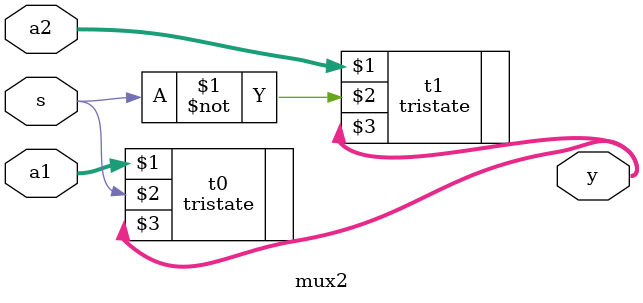
<source format=sv>
module mux2(input [3:0] a1, input [3:0] a2, input s, output [3:0] y);
    tristate t0(a1, s, y);
    tristate t1(a2, ~s, y);
endmodule
</source>
